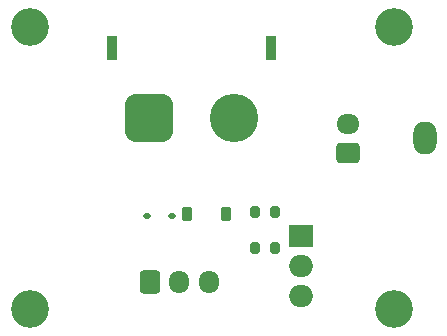
<source format=gbr>
%TF.GenerationSoftware,KiCad,Pcbnew,7.0.11-rc3*%
%TF.CreationDate,2025-03-25T15:56:03+09:00*%
%TF.ProjectId,RDC_Humanoid_Power_Relay_Switch,5244435f-4875-46d6-916e-6f69645f506f,rev?*%
%TF.SameCoordinates,Original*%
%TF.FileFunction,Soldermask,Top*%
%TF.FilePolarity,Negative*%
%FSLAX46Y46*%
G04 Gerber Fmt 4.6, Leading zero omitted, Abs format (unit mm)*
G04 Created by KiCad (PCBNEW 7.0.11-rc3) date 2025-03-25 15:56:03*
%MOMM*%
%LPD*%
G01*
G04 APERTURE LIST*
G04 Aperture macros list*
%AMRoundRect*
0 Rectangle with rounded corners*
0 $1 Rounding radius*
0 $2 $3 $4 $5 $6 $7 $8 $9 X,Y pos of 4 corners*
0 Add a 4 corners polygon primitive as box body*
4,1,4,$2,$3,$4,$5,$6,$7,$8,$9,$2,$3,0*
0 Add four circle primitives for the rounded corners*
1,1,$1+$1,$2,$3*
1,1,$1+$1,$4,$5*
1,1,$1+$1,$6,$7*
1,1,$1+$1,$8,$9*
0 Add four rect primitives between the rounded corners*
20,1,$1+$1,$2,$3,$4,$5,0*
20,1,$1+$1,$4,$5,$6,$7,0*
20,1,$1+$1,$6,$7,$8,$9,0*
20,1,$1+$1,$8,$9,$2,$3,0*%
G04 Aperture macros list end*
%ADD10RoundRect,0.250000X-0.600000X-0.725000X0.600000X-0.725000X0.600000X0.725000X-0.600000X0.725000X0*%
%ADD11O,1.700000X1.950000*%
%ADD12C,3.200000*%
%ADD13RoundRect,0.200000X-0.200000X-0.275000X0.200000X-0.275000X0.200000X0.275000X-0.200000X0.275000X0*%
%ADD14O,2.000000X2.800000*%
%ADD15RoundRect,0.250000X0.725000X-0.600000X0.725000X0.600000X-0.725000X0.600000X-0.725000X-0.600000X0*%
%ADD16O,1.950000X1.700000*%
%ADD17R,0.900000X2.000000*%
%ADD18RoundRect,1.025000X-1.025000X-1.025000X1.025000X-1.025000X1.025000X1.025000X-1.025000X1.025000X0*%
%ADD19C,4.100000*%
%ADD20RoundRect,0.225000X0.225000X0.375000X-0.225000X0.375000X-0.225000X-0.375000X0.225000X-0.375000X0*%
%ADD21R,2.000000X1.905000*%
%ADD22O,2.000000X1.905000*%
%ADD23RoundRect,0.200000X0.200000X0.275000X-0.200000X0.275000X-0.200000X-0.275000X0.200000X-0.275000X0*%
%ADD24RoundRect,0.112500X-0.187500X-0.112500X0.187500X-0.112500X0.187500X0.112500X-0.187500X0.112500X0*%
G04 APERTURE END LIST*
D10*
%TO.C,J3*%
X53340000Y-59690000D03*
D11*
X55840000Y-59690000D03*
X58340000Y-59690000D03*
%TD*%
D12*
%TO.C,H3*%
X74000000Y-38100000D03*
%TD*%
D13*
%TO.C,R1*%
X62288800Y-53797200D03*
X63938800Y-53797200D03*
%TD*%
D14*
%TO.C,J2*%
X76625000Y-47548800D03*
D15*
X70125000Y-48798800D03*
D16*
X70125000Y-46298800D03*
%TD*%
D17*
%TO.C,J1*%
X50120600Y-39859600D03*
X63620600Y-39859600D03*
D18*
X53270600Y-45859600D03*
D19*
X60470600Y-45859600D03*
%TD*%
D20*
%TO.C,D1*%
X59815000Y-53949600D03*
X56515000Y-53949600D03*
%TD*%
D21*
%TO.C,Q1*%
X66136400Y-55778400D03*
D22*
X66136400Y-58318400D03*
X66136400Y-60858400D03*
%TD*%
D12*
%TO.C,H1*%
X43180000Y-38100000D03*
%TD*%
%TO.C,H2*%
X43180000Y-62000000D03*
%TD*%
%TO.C,H4*%
X74000000Y-62000000D03*
%TD*%
D23*
%TO.C,R2*%
X63938800Y-56794400D03*
X62288800Y-56794400D03*
%TD*%
D24*
%TO.C,D2*%
X53128200Y-54102000D03*
X55228200Y-54102000D03*
%TD*%
M02*

</source>
